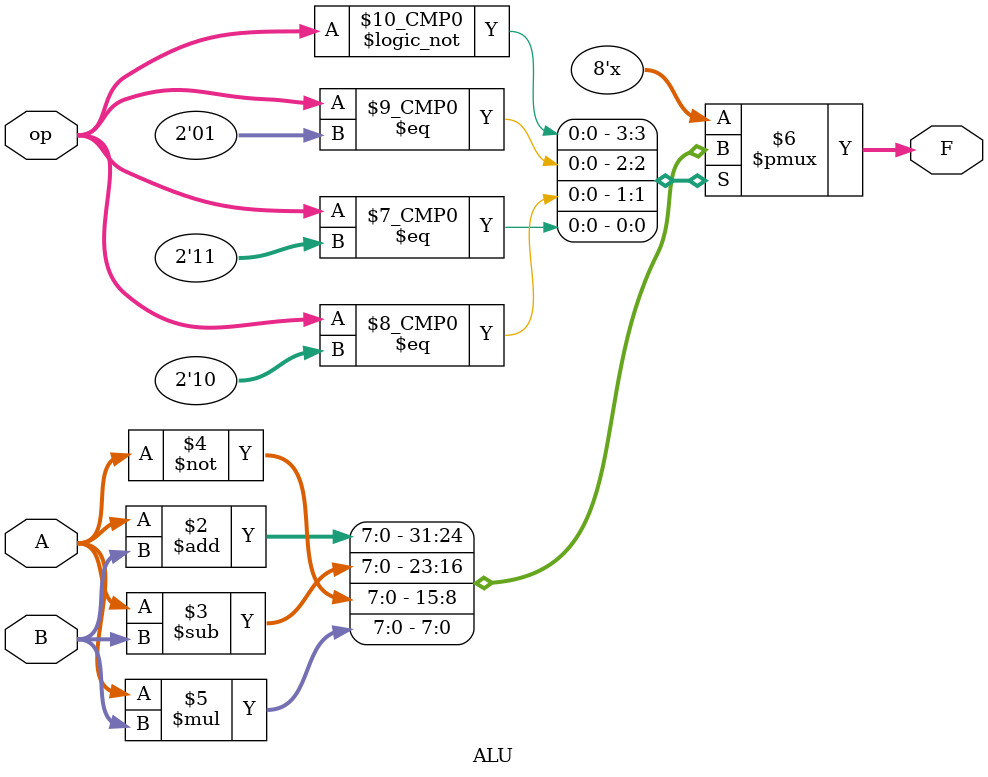
<source format=v>
`timescale 1ns / 1ps


module ALU(
    input [1:0]op,
    input [7:0]A,
    input [7:0]B,
    output reg [7:0]F
);

    always @(*)begin
        case(op)
            2'b00: begin
                F <= A + B;

            end
            2'b01: F <= A - B;
            2'b10:begin
                F <= ~A;
            end
            2'b11:begin
                F <= A * B;

            end
            default: F <= 8'bxxxxxxxx;
        endcase
    
    end

endmodule

</source>
